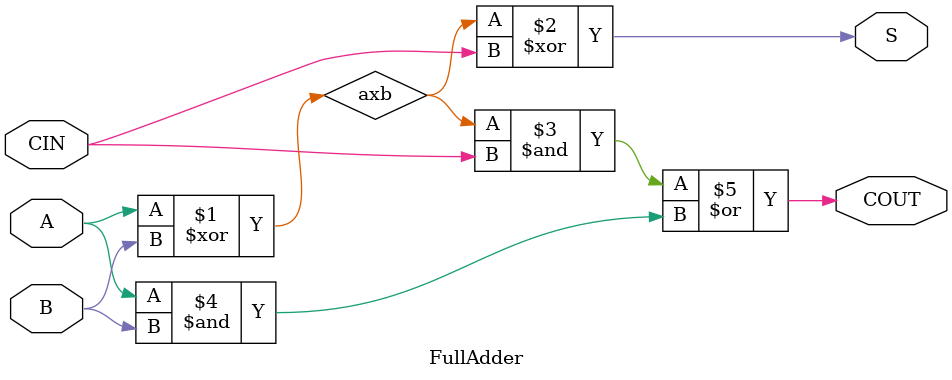
<source format=sv>
/**
cse3341, digital logic 2, lab 5
George Boone
1002055713
*/

module FullAdder(
		input A, B, CIN,
		output S, COUT
	);
	
	wire axb;
	
	assign axb = A ^ B;
	
	assign S = axb ^ CIN;
	assign COUT = ((axb) & CIN) | (A & B);
	
endmodule

</source>
